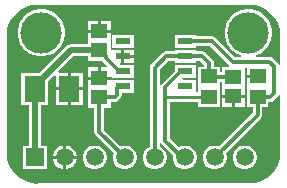
<source format=gtl>
G04*
G04 #@! TF.GenerationSoftware,Altium Limited,Altium Designer,23.8.1 (32)*
G04*
G04 Layer_Physical_Order=1*
G04 Layer_Color=255*
%FSLAX44Y44*%
%MOMM*%
G71*
G04*
G04 #@! TF.SameCoordinates,8C545C58-4F73-44F2-8FA6-FEC30D537232*
G04*
G04*
G04 #@! TF.FilePolarity,Positive*
G04*
G01*
G75*
%ADD14R,1.8000X2.2300*%
%ADD15R,1.4000X1.3000*%
%ADD16R,1.3000X0.6000*%
%ADD17R,1.3500X1.1500*%
%ADD26C,0.3000*%
%ADD27C,0.5000*%
%ADD28C,0.2540*%
%ADD29C,3.5000*%
%ADD30C,1.5000*%
%ADD31R,1.5000X1.5000*%
%ADD32C,0.6000*%
G36*
X971519Y831731D02*
X976345Y830267D01*
X980792Y827889D01*
X984690Y824690D01*
X987889Y820792D01*
X990267Y816345D01*
X991731Y811519D01*
X992097Y807802D01*
X992097Y807802D01*
X992097D01*
X992115Y807784D01*
Y781502D01*
X990845Y781376D01*
X990806Y781576D01*
X989913Y782913D01*
X985913Y786913D01*
X984576Y787806D01*
X983000Y788119D01*
X971626D01*
X971373Y789389D01*
X974708Y790771D01*
X977991Y792964D01*
X980782Y795755D01*
X982975Y799037D01*
X984486Y802685D01*
X985256Y806556D01*
Y810504D01*
X984486Y814376D01*
X982975Y818023D01*
X980782Y821305D01*
X977991Y824096D01*
X974708Y826289D01*
X971061Y827800D01*
X967190Y828570D01*
X963242D01*
X959370Y827800D01*
X955723Y826289D01*
X952441Y824096D01*
X949650Y821305D01*
X947457Y818023D01*
X945946Y814376D01*
X945176Y810504D01*
Y806556D01*
X945946Y802685D01*
X947457Y799037D01*
X949650Y795755D01*
X952441Y792964D01*
X955723Y790771D01*
X959059Y789389D01*
X958806Y788119D01*
X953706D01*
X937513Y804313D01*
X936176Y805206D01*
X934600Y805519D01*
X921040D01*
Y806940D01*
X902960D01*
Y795860D01*
X921040D01*
Y797281D01*
X932894D01*
X949087Y781087D01*
X949128Y781060D01*
X948743Y779790D01*
X943084D01*
Y774869D01*
X941538D01*
Y779790D01*
X936367D01*
Y782752D01*
X936054Y784328D01*
X935161Y785665D01*
X929213Y791613D01*
X927876Y792506D01*
X926300Y792819D01*
X921040D01*
Y794240D01*
X902960D01*
Y792819D01*
X895700D01*
X894124Y792506D01*
X892787Y791613D01*
X883055Y781881D01*
X882162Y780544D01*
X881849Y778968D01*
Y712081D01*
X879803Y710900D01*
X877934Y709031D01*
X876612Y706741D01*
X875928Y704188D01*
Y701544D01*
X876612Y698991D01*
X877934Y696701D01*
X879803Y694832D01*
X882093Y693510D01*
X884646Y692826D01*
X887290D01*
X889843Y693510D01*
X892133Y694832D01*
X894002Y696701D01*
X895324Y698991D01*
X896008Y701544D01*
Y704188D01*
X895324Y706741D01*
X894002Y709031D01*
X892133Y710900D01*
X890087Y712081D01*
Y714969D01*
X890116Y714981D01*
X891357Y715180D01*
X892087Y714087D01*
X901467Y704707D01*
X901328Y704188D01*
Y701544D01*
X902012Y698991D01*
X903334Y696701D01*
X905203Y694832D01*
X907493Y693510D01*
X910046Y692826D01*
X912690D01*
X915243Y693510D01*
X917533Y694832D01*
X919402Y696701D01*
X920724Y698991D01*
X921408Y701544D01*
Y704188D01*
X920724Y706741D01*
X919402Y709031D01*
X917533Y710900D01*
X915243Y712222D01*
X912690Y712906D01*
X910046D01*
X907493Y712222D01*
X906295Y711530D01*
X899119Y718706D01*
Y750115D01*
X922958D01*
Y745710D01*
X941538D01*
Y761940D01*
X941538Y762290D01*
Y763210D01*
X941538Y763560D01*
Y766631D01*
X943084D01*
Y761710D01*
Y756020D01*
X952624D01*
X962164D01*
Y761710D01*
X962164Y778494D01*
X962937Y778964D01*
X963710Y778494D01*
Y772770D01*
X973000D01*
Y770230D01*
X963710D01*
Y763210D01*
X963710D01*
Y762290D01*
X963710D01*
Y745710D01*
X968881D01*
Y740804D01*
X940371Y712295D01*
X938090Y712906D01*
X935446D01*
X932893Y712222D01*
X930603Y710900D01*
X928734Y709031D01*
X927412Y706741D01*
X926728Y704188D01*
Y701544D01*
X927412Y698991D01*
X928734Y696701D01*
X930603Y694832D01*
X932893Y693510D01*
X935446Y692826D01*
X938090D01*
X940643Y693510D01*
X942933Y694832D01*
X944802Y696701D01*
X946124Y698991D01*
X946808Y701544D01*
Y704188D01*
X946197Y706469D01*
X975913Y736185D01*
X976806Y737522D01*
X977119Y739098D01*
Y745710D01*
X982290D01*
Y749881D01*
X984000D01*
X985576Y750194D01*
X986913Y751087D01*
X989913Y754087D01*
X990806Y755424D01*
X990845Y755623D01*
X992115Y755498D01*
Y709228D01*
X992115Y709040D01*
X992097Y707801D01*
X992225Y706500D01*
X991731Y701481D01*
X990267Y696656D01*
X987889Y692208D01*
X984690Y688310D01*
X980792Y685110D01*
X976345Y682733D01*
X971519Y681269D01*
X967802Y680903D01*
X967802Y680903D01*
Y680903D01*
X967784Y680885D01*
X789228D01*
X789040Y680885D01*
X787802Y680903D01*
X786500Y680775D01*
X781481Y681269D01*
X776656Y682733D01*
X772208Y685110D01*
X768310Y688310D01*
X765111Y692208D01*
X762733Y696656D01*
X761270Y701481D01*
X760903Y705198D01*
X760903Y705199D01*
X760903D01*
X760885Y705216D01*
Y803772D01*
X760885Y803960D01*
X760903Y805199D01*
X760775Y806500D01*
X761269Y811519D01*
X762733Y816345D01*
X765110Y820792D01*
X768310Y824690D01*
X772208Y827889D01*
X776656Y830267D01*
X781481Y831731D01*
X785198Y832097D01*
X785199Y832097D01*
Y832097D01*
X785216Y832115D01*
X963772D01*
X963960Y832115D01*
X965199Y832097D01*
X966500Y832225D01*
X971519Y831731D01*
D02*
G37*
G36*
X928115Y781060D02*
X928094Y779790D01*
X922958D01*
Y763560D01*
X922958Y763210D01*
Y762290D01*
X922958Y761940D01*
Y757885D01*
X921040D01*
Y768840D01*
X909931D01*
X909278Y770110D01*
X909528Y770460D01*
X921040D01*
Y781540D01*
X902960D01*
Y776285D01*
X892087Y765413D01*
X891357Y764320D01*
X890116Y764519D01*
X890087Y764531D01*
Y777262D01*
X897406Y784581D01*
X902960D01*
Y783160D01*
X921040D01*
Y784581D01*
X924594D01*
X928115Y781060D01*
D02*
G37*
%LPC*%
G36*
X848540Y818706D02*
X840270D01*
Y810936D01*
X848540D01*
Y818706D01*
D02*
G37*
G36*
X837730D02*
X829460D01*
Y810936D01*
X837730D01*
Y818706D01*
D02*
G37*
G36*
X868040Y806940D02*
X849960D01*
Y795860D01*
X868040D01*
Y806940D01*
D02*
G37*
G36*
Y794240D02*
X860270D01*
Y789970D01*
X868040D01*
Y794240D01*
D02*
G37*
G36*
X791930Y828570D02*
X787982D01*
X784110Y827800D01*
X780463Y826289D01*
X777181Y824096D01*
X774390Y821305D01*
X772197Y818023D01*
X770686Y814376D01*
X769916Y810504D01*
Y806556D01*
X770686Y802685D01*
X772197Y799037D01*
X774390Y795755D01*
X777181Y792964D01*
X780463Y790771D01*
X784110Y789260D01*
X787982Y788490D01*
X791930D01*
X795801Y789260D01*
X799448Y790771D01*
X802731Y792964D01*
X805522Y795755D01*
X807715Y799037D01*
X809226Y802685D01*
X809996Y806556D01*
Y810504D01*
X809226Y814376D01*
X807715Y818023D01*
X805522Y821305D01*
X802731Y824096D01*
X799448Y826289D01*
X795801Y827800D01*
X791930Y828570D01*
D02*
G37*
G36*
X868040Y787430D02*
X860270D01*
Y783160D01*
X868040D01*
Y787430D01*
D02*
G37*
G36*
X837730Y779040D02*
X829460D01*
Y771270D01*
X837730D01*
Y779040D01*
D02*
G37*
G36*
X848540Y808396D02*
X829460D01*
Y798805D01*
X814916D01*
X812950Y798414D01*
X811282Y797300D01*
X788673Y774690D01*
X772860D01*
Y747310D01*
X779229D01*
Y712906D01*
X774328D01*
Y692826D01*
X794408D01*
Y712906D01*
X789507D01*
Y747310D01*
X795940D01*
Y767423D01*
X800887Y772369D01*
X802060Y771883D01*
Y762270D01*
X812330D01*
Y774690D01*
X804867D01*
X804381Y775863D01*
X817045Y788527D01*
X829460D01*
Y784626D01*
X841227D01*
X841587Y784087D01*
X845461Y780213D01*
X844975Y779040D01*
X840270D01*
Y771270D01*
X848540D01*
Y774110D01*
X849810Y774789D01*
X849960Y774689D01*
Y770460D01*
X868040D01*
Y781540D01*
X856528D01*
X856278Y781890D01*
X856931Y783160D01*
X857730D01*
Y788700D01*
Y794240D01*
X849960D01*
Y790358D01*
X848690Y789704D01*
X848540Y789811D01*
Y800626D01*
Y808396D01*
D02*
G37*
G36*
X825140Y774690D02*
X814870D01*
Y762270D01*
X825140D01*
Y774690D01*
D02*
G37*
G36*
X868040Y768840D02*
X849960D01*
Y762198D01*
X849881Y761800D01*
Y758119D01*
X848540D01*
Y768730D01*
X829460D01*
Y760960D01*
Y744960D01*
X834881D01*
Y724434D01*
X835194Y722858D01*
X836087Y721521D01*
X851139Y706469D01*
X850528Y704188D01*
Y701544D01*
X851212Y698991D01*
X852534Y696701D01*
X854403Y694832D01*
X856693Y693510D01*
X859246Y692826D01*
X861890D01*
X864443Y693510D01*
X866733Y694832D01*
X868602Y696701D01*
X869924Y698991D01*
X870608Y701544D01*
Y704188D01*
X869924Y706741D01*
X868602Y709031D01*
X866733Y710900D01*
X864443Y712222D01*
X861890Y712906D01*
X859246D01*
X856965Y712295D01*
X843119Y726140D01*
Y744960D01*
X848540D01*
Y749881D01*
X852243D01*
X853819Y750194D01*
X855155Y751087D01*
X856913Y752845D01*
X857806Y754181D01*
X858119Y755757D01*
Y757760D01*
X868040D01*
Y768840D01*
D02*
G37*
G36*
X825140Y759730D02*
X814870D01*
Y747310D01*
X825140D01*
Y759730D01*
D02*
G37*
G36*
X812330D02*
X802060D01*
Y747310D01*
X812330D01*
Y759730D01*
D02*
G37*
G36*
X962164Y753480D02*
X953894D01*
Y745710D01*
X962164D01*
Y753480D01*
D02*
G37*
G36*
X951354D02*
X943084D01*
Y745710D01*
X951354D01*
Y753480D01*
D02*
G37*
G36*
X811090Y712906D02*
X811038D01*
Y704136D01*
X819808D01*
Y704188D01*
X819124Y706741D01*
X817802Y709031D01*
X815933Y710900D01*
X813643Y712222D01*
X811090Y712906D01*
D02*
G37*
G36*
X808498D02*
X808446D01*
X805893Y712222D01*
X803603Y710900D01*
X801734Y709031D01*
X800412Y706741D01*
X799728Y704188D01*
Y704136D01*
X808498D01*
Y712906D01*
D02*
G37*
G36*
X963490D02*
X960846D01*
X958293Y712222D01*
X956003Y710900D01*
X954134Y709031D01*
X952812Y706741D01*
X952128Y704188D01*
Y701544D01*
X952812Y698991D01*
X954134Y696701D01*
X956003Y694832D01*
X958293Y693510D01*
X960846Y692826D01*
X963490D01*
X966043Y693510D01*
X968333Y694832D01*
X970202Y696701D01*
X971524Y698991D01*
X972208Y701544D01*
Y704188D01*
X971524Y706741D01*
X970202Y709031D01*
X968333Y710900D01*
X966043Y712222D01*
X963490Y712906D01*
D02*
G37*
G36*
X836490D02*
X833846D01*
X831293Y712222D01*
X829003Y710900D01*
X827134Y709031D01*
X825812Y706741D01*
X825128Y704188D01*
Y701544D01*
X825812Y698991D01*
X827134Y696701D01*
X829003Y694832D01*
X831293Y693510D01*
X833846Y692826D01*
X836490D01*
X839043Y693510D01*
X841333Y694832D01*
X843202Y696701D01*
X844524Y698991D01*
X845208Y701544D01*
Y704188D01*
X844524Y706741D01*
X843202Y709031D01*
X841333Y710900D01*
X839043Y712222D01*
X836490Y712906D01*
D02*
G37*
G36*
X819808Y701596D02*
X811038D01*
Y692826D01*
X811090D01*
X813643Y693510D01*
X815933Y694832D01*
X817802Y696701D01*
X819124Y698991D01*
X819808Y701544D01*
Y701596D01*
D02*
G37*
G36*
X808498D02*
X799728D01*
Y701544D01*
X800412Y698991D01*
X801734Y696701D01*
X803603Y694832D01*
X805893Y693510D01*
X808446Y692826D01*
X808498D01*
Y701596D01*
D02*
G37*
%LPD*%
D14*
X813600Y761000D02*
D03*
X784400D02*
D03*
D15*
X839000Y770000D02*
D03*
Y754000D02*
D03*
Y809666D02*
D03*
Y793666D02*
D03*
X952624Y770750D02*
D03*
Y754750D02*
D03*
D16*
X859000Y801400D02*
D03*
Y788700D02*
D03*
Y776000D02*
D03*
Y763300D02*
D03*
X912000D02*
D03*
Y776000D02*
D03*
Y788700D02*
D03*
Y801400D02*
D03*
D17*
X932248Y754000D02*
D03*
Y771500D02*
D03*
X973000Y771500D02*
D03*
Y754000D02*
D03*
D26*
X839000Y724434D02*
Y754000D01*
X852243D01*
X839000Y724434D02*
X860568Y702866D01*
X852243Y754000D02*
X854000Y755757D01*
Y761800D01*
X885968Y702866D02*
Y778968D01*
X839000Y793666D02*
X839500D01*
X844500Y788666D01*
Y787000D02*
Y788666D01*
Y787000D02*
X855500Y776000D01*
X854000Y761800D02*
X855500Y763300D01*
X859000D01*
X855500Y776000D02*
X859000D01*
X895000Y762500D02*
X908500Y776000D01*
X895000Y717000D02*
Y754000D01*
Y762500D01*
X987000Y757000D02*
Y780000D01*
X936768Y702866D02*
X973000Y739098D01*
Y754000D01*
X984000D01*
X987000Y757000D01*
X932248Y771500D02*
X932998Y770750D01*
X952624D01*
X934600Y801400D02*
X952000Y784000D01*
X983000D01*
X987000Y780000D01*
X885968Y778968D02*
X895700Y788700D01*
X912000D01*
X932248Y771500D02*
Y782752D01*
X908500Y776000D02*
X912000D01*
Y788700D02*
X926300D01*
X912000Y801400D02*
X934600D01*
X926300Y788700D02*
X932248Y782752D01*
X909134Y702866D02*
X911368D01*
X895000Y717000D02*
X909134Y702866D01*
D27*
X784368D02*
Y760968D01*
X784400Y761000D01*
Y763150D01*
X814916Y793666D01*
X839000D01*
D28*
X895000Y754000D02*
X895000Y754000D01*
X932248D01*
D29*
X965216Y808530D02*
D03*
X789956D02*
D03*
D30*
X962168Y702866D02*
D03*
X936768D02*
D03*
X911368D02*
D03*
X885968D02*
D03*
X860568D02*
D03*
X835168D02*
D03*
X809768D02*
D03*
D31*
X784368D02*
D03*
D32*
X859000Y801400D02*
D03*
X912000Y763300D02*
D03*
M02*

</source>
